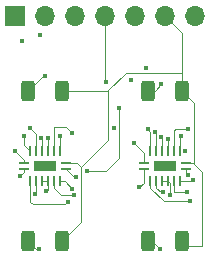
<source format=gbr>
%TF.GenerationSoftware,KiCad,Pcbnew,(6.0.0)*%
%TF.CreationDate,2022-04-20T12:25:39-04:00*%
%TF.ProjectId,7_seg,375f7365-672e-46b6-9963-61645f706362,rev?*%
%TF.SameCoordinates,Original*%
%TF.FileFunction,Copper,L4,Bot*%
%TF.FilePolarity,Positive*%
%FSLAX46Y46*%
G04 Gerber Fmt 4.6, Leading zero omitted, Abs format (unit mm)*
G04 Created by KiCad (PCBNEW (6.0.0)) date 2022-04-20 12:25:39*
%MOMM*%
%LPD*%
G01*
G04 APERTURE LIST*
G04 Aperture macros list*
%AMRoundRect*
0 Rectangle with rounded corners*
0 $1 Rounding radius*
0 $2 $3 $4 $5 $6 $7 $8 $9 X,Y pos of 4 corners*
0 Add a 4 corners polygon primitive as box body*
4,1,4,$2,$3,$4,$5,$6,$7,$8,$9,$2,$3,0*
0 Add four circle primitives for the rounded corners*
1,1,$1+$1,$2,$3*
1,1,$1+$1,$4,$5*
1,1,$1+$1,$6,$7*
1,1,$1+$1,$8,$9*
0 Add four rect primitives between the rounded corners*
20,1,$1+$1,$2,$3,$4,$5,0*
20,1,$1+$1,$4,$5,$6,$7,0*
20,1,$1+$1,$6,$7,$8,$9,0*
20,1,$1+$1,$8,$9,$2,$3,0*%
G04 Aperture macros list end*
%TA.AperFunction,ComponentPad*%
%ADD10O,1.700000X1.700000*%
%TD*%
%TA.AperFunction,ComponentPad*%
%ADD11R,1.700000X1.700000*%
%TD*%
%TA.AperFunction,SMDPad,CuDef*%
%ADD12RoundRect,0.250000X0.312500X0.625000X-0.312500X0.625000X-0.312500X-0.625000X0.312500X-0.625000X0*%
%TD*%
%TA.AperFunction,SMDPad,CuDef*%
%ADD13R,0.900000X0.240000*%
%TD*%
%TA.AperFunction,SMDPad,CuDef*%
%ADD14R,0.240000X0.900000*%
%TD*%
%TA.AperFunction,SMDPad,CuDef*%
%ADD15R,1.900000X0.900000*%
%TD*%
%TA.AperFunction,ViaPad*%
%ADD16C,0.400000*%
%TD*%
%TA.AperFunction,Conductor*%
%ADD17C,0.100000*%
%TD*%
G04 APERTURE END LIST*
D10*
%TO.P,J1,7,Pin_7*%
%TO.N,GND*%
X130810000Y-74930000D03*
%TO.P,J1,6,Pin_6*%
%TO.N,VCC*%
X128270000Y-74930000D03*
%TO.P,J1,5,Pin_5*%
%TO.N,SEG_IN2*%
X125730000Y-74930000D03*
%TO.P,J1,4,Pin_4*%
%TO.N,SEG_IN1*%
X123190000Y-74930000D03*
%TO.P,J1,3,Pin_3*%
%TO.N,SEG_IN0*%
X120650000Y-74930000D03*
%TO.P,J1,2,Pin_2*%
%TO.N,SEG_IN1_ENABLE*%
X118110000Y-74930000D03*
D11*
%TO.P,J1,1,Pin_1*%
%TO.N,SEG_IN2_ENABLE*%
X115570000Y-74930000D03*
%TD*%
D12*
%TO.P,R4,1*%
%TO.N,VCC*%
X129732500Y-81280000D03*
%TO.P,R4,2*%
%TO.N,Net-(DS2-Pad8)*%
X126807500Y-81280000D03*
%TD*%
%TO.P,R3,1*%
%TO.N,VCC*%
X119572500Y-81280000D03*
%TO.P,R3,2*%
%TO.N,Net-(DS1-Pad8)*%
X116647500Y-81280000D03*
%TD*%
%TO.P,R2,1*%
%TO.N,VCC*%
X129732500Y-93980000D03*
%TO.P,R2,2*%
%TO.N,Net-(DS2-Pad3)*%
X126807500Y-93980000D03*
%TD*%
%TO.P,R1,1*%
%TO.N,VCC*%
X119572500Y-93980000D03*
%TO.P,R1,2*%
%TO.N,Net-(DS1-Pad3)*%
X116647500Y-93980000D03*
%TD*%
D13*
%TO.P,IC2,1,A0*%
%TO.N,SEG_IN0*%
X130070000Y-87880000D03*
D14*
%TO.P,IC2,2,A1*%
%TO.N,SEG_IN1*%
X129520000Y-88930000D03*
%TO.P,IC2,3,A2*%
%TO.N,SEG_IN2*%
X129020000Y-88930000D03*
%TO.P,IC2,4,~{E1}*%
%TO.N,GND*%
X128520000Y-88930000D03*
%TO.P,IC2,5,~{E2}*%
X128020000Y-88930000D03*
%TO.P,IC2,6,E3*%
%TO.N,SEG_IN1_ENABLE*%
X127520000Y-88930000D03*
%TO.P,IC2,7,~{Y7}*%
%TO.N,SEG_DP*%
X127020000Y-88930000D03*
D13*
%TO.P,IC2,8,GND*%
%TO.N,GND*%
X126470000Y-87880000D03*
%TO.P,IC2,9,~{Y6}*%
%TO.N,SEG_G*%
X126470000Y-87380000D03*
D14*
%TO.P,IC2,10,~{Y5}*%
%TO.N,SEG_F*%
X127020000Y-86330000D03*
%TO.P,IC2,11,~{Y4}*%
%TO.N,SEG_E*%
X127520000Y-86330000D03*
%TO.P,IC2,12,~{Y3}*%
%TO.N,SEG_D*%
X128020000Y-86330000D03*
%TO.P,IC2,13,~{Y2}*%
%TO.N,SEG_C*%
X128520000Y-86330000D03*
%TO.P,IC2,14,~{Y1}*%
%TO.N,SEG_B*%
X129020000Y-86330000D03*
%TO.P,IC2,15,~{Y0}*%
%TO.N,SEG_A*%
X129520000Y-86330000D03*
D13*
%TO.P,IC2,16,VCC*%
%TO.N,VCC*%
X130070000Y-87380000D03*
D15*
%TO.P,IC2,17,NC*%
%TO.N,unconnected-(IC2-Pad17)*%
X128270000Y-87630000D03*
%TD*%
D13*
%TO.P,IC1,1,A0*%
%TO.N,SEG_IN0*%
X119910000Y-87880000D03*
D14*
%TO.P,IC1,2,A1*%
%TO.N,SEG_IN1*%
X119360000Y-88930000D03*
%TO.P,IC1,3,A2*%
%TO.N,SEG_IN2*%
X118860000Y-88930000D03*
%TO.P,IC1,4,~{E1}*%
%TO.N,GND*%
X118360000Y-88930000D03*
%TO.P,IC1,5,~{E2}*%
X117860000Y-88930000D03*
%TO.P,IC1,6,E3*%
%TO.N,SEG_IN2_ENABLE*%
X117360000Y-88930000D03*
%TO.P,IC1,7,~{Y7}*%
%TO.N,SEG_DP*%
X116860000Y-88930000D03*
D13*
%TO.P,IC1,8,GND*%
%TO.N,GND*%
X116310000Y-87880000D03*
%TO.P,IC1,9,~{Y6}*%
%TO.N,SEG_G*%
X116310000Y-87380000D03*
D14*
%TO.P,IC1,10,~{Y5}*%
%TO.N,SEG_F*%
X116860000Y-86330000D03*
%TO.P,IC1,11,~{Y4}*%
%TO.N,SEG_E*%
X117360000Y-86330000D03*
%TO.P,IC1,12,~{Y3}*%
%TO.N,SEG_D*%
X117860000Y-86330000D03*
%TO.P,IC1,13,~{Y2}*%
%TO.N,SEG_C*%
X118360000Y-86330000D03*
%TO.P,IC1,14,~{Y1}*%
%TO.N,SEG_B*%
X118860000Y-86330000D03*
%TO.P,IC1,15,~{Y0}*%
%TO.N,SEG_A*%
X119360000Y-86330000D03*
D13*
%TO.P,IC1,16,VCC*%
%TO.N,VCC*%
X119910000Y-87380000D03*
D15*
%TO.P,IC1,17,NC*%
%TO.N,unconnected-(IC1-Pad17)*%
X118110000Y-87630000D03*
%TD*%
D16*
%TO.N,SEG_IN2*%
X120548400Y-90119200D03*
%TO.N,GND*%
X128676400Y-90119200D03*
X126085600Y-89408000D03*
X118211600Y-89763600D03*
X115976400Y-88442800D03*
%TO.N,SEG_E*%
X123958900Y-84378800D03*
%TO.N,SEG_D*%
X129989502Y-86360000D03*
%TO.N,SEG_IN0*%
X130200400Y-88392000D03*
%TO.N,SEG_IN1*%
X130606800Y-88849200D03*
%TO.N,SEG_F*%
X126695200Y-79316400D03*
X117710500Y-76555600D03*
%TO.N,SEG_G*%
X125374400Y-80365600D03*
X116128800Y-77063600D03*
%TO.N,SEG_IN2*%
X130149600Y-89865200D03*
%TO.N,SEG_IN1*%
X120396000Y-89560400D03*
X123291600Y-80518000D03*
%TO.N,SEG_IN0*%
X120700800Y-88544400D03*
X124358400Y-82753200D03*
X121666000Y-88087200D03*
%TO.N,SEG_IN1_ENABLE*%
X128117600Y-89865200D03*
%TO.N,SEG_IN2_ENABLE*%
X117259500Y-89966800D03*
%TO.N,SEG_B*%
X130251200Y-84531200D03*
%TO.N,SEG_A*%
X129590800Y-85090000D03*
%TO.N,Net-(DS2-Pad8)*%
X127965200Y-80721200D03*
%TO.N,SEG_F*%
X126796800Y-84480400D03*
%TO.N,SEG_G*%
X125679200Y-85699600D03*
%TO.N,SEG_DP*%
X130352800Y-90627200D03*
%TO.N,SEG_C*%
X128524000Y-85344000D03*
%TO.N,Net-(DS2-Pad3)*%
X127863600Y-94640400D03*
%TO.N,SEG_D*%
X127965200Y-85191600D03*
%TO.N,SEG_E*%
X127457200Y-84785200D03*
%TO.N,SEG_DP*%
X120040400Y-90678000D03*
%TO.N,SEG_C*%
X118364000Y-85242400D03*
%TO.N,Net-(DS1-Pad3)*%
X117602000Y-94691200D03*
%TO.N,SEG_D*%
X117759500Y-85242400D03*
%TO.N,SEG_E*%
X116840000Y-84379502D03*
%TO.N,SEG_B*%
X120396000Y-84836000D03*
%TO.N,SEG_A*%
X119380000Y-85090000D03*
%TO.N,Net-(DS1-Pad8)*%
X118110000Y-80010000D03*
%TO.N,SEG_G*%
X115570000Y-86360000D03*
%TO.N,SEG_F*%
X116332000Y-85090000D03*
%TD*%
D17*
%TO.N,SEG_IN2*%
X119499200Y-90119200D02*
X120548400Y-90119200D01*
X118860000Y-89480000D02*
X119499200Y-90119200D01*
X118860000Y-88930000D02*
X118860000Y-89480000D01*
%TO.N,GND*%
X128676400Y-89086400D02*
X128676400Y-90119200D01*
X128520000Y-88930000D02*
X128676400Y-89086400D01*
X128520000Y-88930000D02*
X128020000Y-88930000D01*
X126470000Y-89023600D02*
X126085600Y-89408000D01*
X126470000Y-87880000D02*
X126470000Y-89023600D01*
X118360000Y-89615200D02*
X118211600Y-89763600D01*
X118360000Y-88930000D02*
X118360000Y-89615200D01*
X117860000Y-88930000D02*
X118360000Y-88930000D01*
X116310000Y-88109200D02*
X115976400Y-88442800D01*
X116310000Y-87880000D02*
X116310000Y-88109200D01*
%TO.N,SEG_IN0*%
X130070000Y-88261600D02*
X130200400Y-88392000D01*
X130070000Y-87880000D02*
X130070000Y-88261600D01*
%TO.N,SEG_IN1*%
X130606800Y-88849200D02*
X130526000Y-88930000D01*
X130526000Y-88930000D02*
X129520000Y-88930000D01*
%TO.N,SEG_IN2*%
X129020000Y-89802400D02*
X129020000Y-88930000D01*
X129082800Y-89865200D02*
X129020000Y-89802400D01*
X130149600Y-89865200D02*
X129082800Y-89865200D01*
%TO.N,SEG_IN1*%
X119765600Y-88930000D02*
X119360000Y-88930000D01*
X120396000Y-89560400D02*
X119765600Y-88930000D01*
X123190000Y-80416400D02*
X123291600Y-80518000D01*
X123190000Y-74930000D02*
X123190000Y-80416400D01*
%TO.N,SEG_IN0*%
X120700800Y-88544400D02*
X120574400Y-88544400D01*
X120574400Y-88544400D02*
X119910000Y-87880000D01*
X123799600Y-87528400D02*
X123240800Y-88087200D01*
X124358400Y-86969600D02*
X123799600Y-87528400D01*
X124358400Y-82753200D02*
X124358400Y-86969600D01*
X123240800Y-88087200D02*
X121666000Y-88087200D01*
%TO.N,SEG_IN1_ENABLE*%
X127905200Y-89865200D02*
X128117600Y-89865200D01*
X127520000Y-89480000D02*
X127905200Y-89865200D01*
X127520000Y-88930000D02*
X127520000Y-89480000D01*
%TO.N,SEG_IN2_ENABLE*%
X117259500Y-89966800D02*
X117360000Y-89866300D01*
X117360000Y-89866300D02*
X117360000Y-88930000D01*
%TO.N,VCC*%
X129732500Y-81280000D02*
X130708400Y-82255900D01*
X130708400Y-82255900D02*
X130708400Y-87376000D01*
X131368800Y-94386400D02*
X130138900Y-94386400D01*
X131368800Y-88128800D02*
X131368800Y-94386400D01*
X130620000Y-87380000D02*
X131368800Y-88128800D01*
X130070000Y-87380000D02*
X130620000Y-87380000D01*
X130138900Y-94386400D02*
X129732500Y-93980000D01*
X123444000Y-85445600D02*
X123444000Y-81229200D01*
X121158000Y-87731600D02*
X123444000Y-85445600D01*
X123393200Y-81280000D02*
X123444000Y-81229200D01*
X123444000Y-81229200D02*
X124957300Y-79715900D01*
X120806400Y-87380000D02*
X119910000Y-87380000D01*
X121158000Y-87731600D02*
X120806400Y-87380000D01*
X121158000Y-92394500D02*
X121158000Y-87731600D01*
X119572500Y-93980000D02*
X121158000Y-92394500D01*
X124957300Y-79715900D02*
X129732500Y-79715900D01*
X119572500Y-81280000D02*
X123393200Y-81280000D01*
X129732500Y-79715900D02*
X129732500Y-81280000D01*
X129732500Y-76392500D02*
X129732500Y-79715900D01*
X128270000Y-74930000D02*
X129732500Y-76392500D01*
%TO.N,SEG_B*%
X130251200Y-84531200D02*
X129133600Y-84531200D01*
X129133600Y-84531200D02*
X129020000Y-84644800D01*
X129020000Y-84644800D02*
X129020000Y-86330000D01*
%TO.N,SEG_A*%
X129520000Y-85160800D02*
X129520000Y-86330000D01*
X129590800Y-85090000D02*
X129520000Y-85160800D01*
%TO.N,Net-(DS2-Pad8)*%
X127406400Y-81280000D02*
X126807500Y-81280000D01*
X127965200Y-80721200D02*
X127406400Y-81280000D01*
%TO.N,SEG_F*%
X127020000Y-84703600D02*
X127020000Y-86330000D01*
X126796800Y-84480400D02*
X127020000Y-84703600D01*
%TO.N,SEG_G*%
X126470000Y-86490400D02*
X126470000Y-87380000D01*
X125679200Y-85699600D02*
X126470000Y-86490400D01*
%TO.N,SEG_DP*%
X127020000Y-89480000D02*
X127020000Y-88930000D01*
X128167200Y-90627200D02*
X127020000Y-89480000D01*
X130352800Y-90627200D02*
X128167200Y-90627200D01*
%TO.N,SEG_C*%
X128524000Y-86326000D02*
X128520000Y-86330000D01*
X128524000Y-85344000D02*
X128524000Y-86326000D01*
%TO.N,Net-(DS2-Pad3)*%
X127203200Y-93980000D02*
X126807500Y-93980000D01*
X127863600Y-94640400D02*
X127203200Y-93980000D01*
%TO.N,SEG_D*%
X128020000Y-85246400D02*
X128020000Y-86330000D01*
X127965200Y-85191600D02*
X128020000Y-85246400D01*
%TO.N,SEG_E*%
X127520000Y-84848000D02*
X127520000Y-86330000D01*
X127457200Y-84785200D02*
X127520000Y-84848000D01*
%TO.N,SEG_DP*%
X116860000Y-90647200D02*
X116860000Y-88930000D01*
X120040400Y-90678000D02*
X119837200Y-90881200D01*
X119837200Y-90881200D02*
X117094000Y-90881200D01*
X117094000Y-90881200D02*
X116860000Y-90647200D01*
%TO.N,SEG_C*%
X118364000Y-85242400D02*
X118360000Y-85246400D01*
X118360000Y-85246400D02*
X118360000Y-86330000D01*
%TO.N,Net-(DS1-Pad3)*%
X117358700Y-94691200D02*
X116647500Y-93980000D01*
X117602000Y-94691200D02*
X117358700Y-94691200D01*
%TO.N,SEG_D*%
X117860000Y-85342900D02*
X117860000Y-86330000D01*
X117759500Y-85242400D02*
X117860000Y-85342900D01*
%TO.N,SEG_E*%
X117360000Y-84899502D02*
X117360000Y-86330000D01*
X116840000Y-84379502D02*
X117360000Y-84899502D01*
%TO.N,SEG_F*%
X116810000Y-86330000D02*
X116860000Y-86330000D01*
X116332000Y-85852000D02*
X116810000Y-86330000D01*
X116332000Y-85090000D02*
X116332000Y-85852000D01*
%TO.N,SEG_B*%
X120396000Y-84836000D02*
X119888000Y-84328000D01*
X118872000Y-84328000D02*
X118860000Y-84340000D01*
X119888000Y-84328000D02*
X118872000Y-84328000D01*
X118860000Y-84340000D02*
X118860000Y-86330000D01*
%TO.N,SEG_A*%
X119360000Y-85110000D02*
X119360000Y-86330000D01*
X119380000Y-85090000D02*
X119360000Y-85110000D01*
%TO.N,Net-(DS1-Pad8)*%
X117917500Y-80010000D02*
X116647500Y-81280000D01*
X118110000Y-80010000D02*
X117917500Y-80010000D01*
%TO.N,SEG_G*%
X116310000Y-87100000D02*
X116310000Y-87380000D01*
X115570000Y-86360000D02*
X116310000Y-87100000D01*
%TD*%
M02*

</source>
